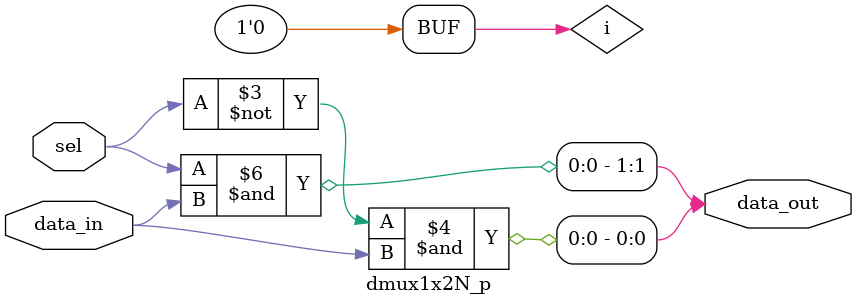
<source format=v>

module dmux1x2N_p #(
parameter WIDTH_SEL        = 'd1 , // numar de biti de selectie
parameter WIDTH_DATA       = 'd1   // numar de biti de date

) (
input      [WIDTH_SEL                -1:0] sel      , // selectie
input      [WIDTH_DATA               -1:0] data_in  , // data in
output reg [WIDTH_DATA*(1<<WIDTH_SEL)-1:0] data_out   // data out
);

reg     [WIDTH_SEL -1:0] i;

always @(*)
for (i=0; i<(1<<WIDTH_SEL); i=i+1)
  data_out[(WIDTH_DATA*i)+:WIDTH_DATA] = (sel == i) & data_in;

endmodule // dmux1x2N_p


</source>
